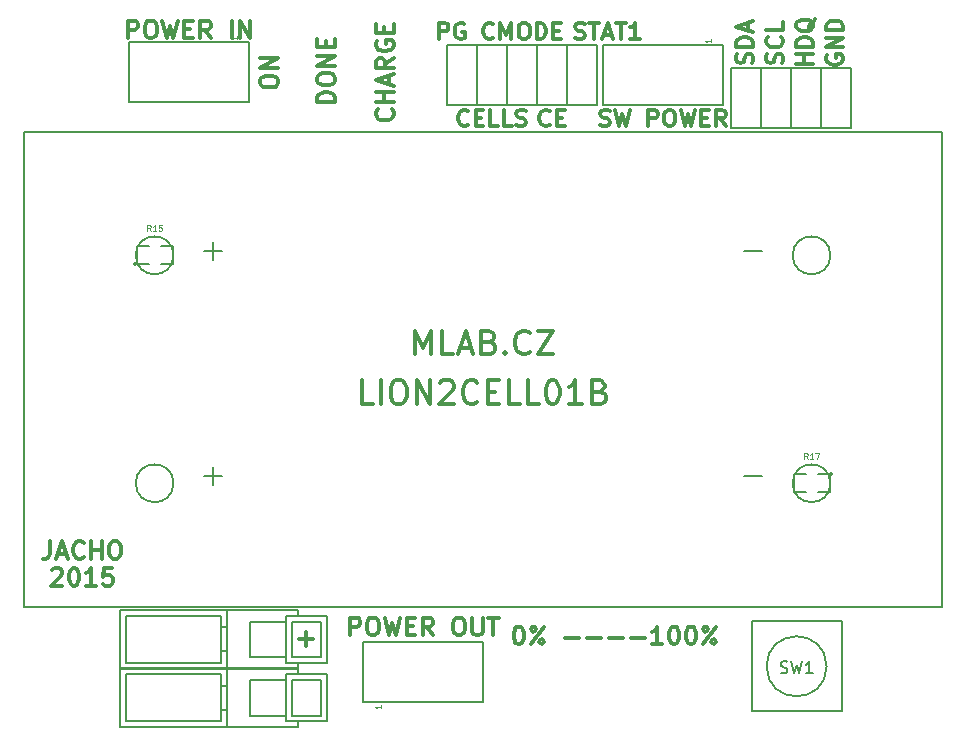
<source format=gbr>
G04 #@! TF.FileFunction,Legend,Top*
%FSLAX46Y46*%
G04 Gerber Fmt 4.6, Leading zero omitted, Abs format (unit mm)*
G04 Created by KiCad (PCBNEW 0.201505051231+5642~23~ubuntu14.04.1-product) date St 6. květen 2015, 10:37:18 CEST*
%MOMM*%
G01*
G04 APERTURE LIST*
%ADD10C,0.300000*%
%ADD11C,0.200000*%
%ADD12C,0.150000*%
%ADD13C,0.127000*%
%ADD14C,0.050000*%
%ADD15C,0.109220*%
%ADD16C,0.203200*%
G04 APERTURE END LIST*
D10*
X4159572Y13759571D02*
X4231001Y13831000D01*
X4373858Y13902429D01*
X4731001Y13902429D01*
X4873858Y13831000D01*
X4945287Y13759571D01*
X5016715Y13616714D01*
X5016715Y13473857D01*
X4945287Y13259571D01*
X4088144Y12402429D01*
X5016715Y12402429D01*
X5945286Y13902429D02*
X6088143Y13902429D01*
X6231000Y13831000D01*
X6302429Y13759571D01*
X6373858Y13616714D01*
X6445286Y13331000D01*
X6445286Y12973857D01*
X6373858Y12688143D01*
X6302429Y12545286D01*
X6231000Y12473857D01*
X6088143Y12402429D01*
X5945286Y12402429D01*
X5802429Y12473857D01*
X5731000Y12545286D01*
X5659572Y12688143D01*
X5588143Y12973857D01*
X5588143Y13331000D01*
X5659572Y13616714D01*
X5731000Y13759571D01*
X5802429Y13831000D01*
X5945286Y13902429D01*
X7873857Y12402429D02*
X7016714Y12402429D01*
X7445286Y12402429D02*
X7445286Y13902429D01*
X7302429Y13688143D01*
X7159571Y13545286D01*
X7016714Y13473857D01*
X9231000Y13902429D02*
X8516714Y13902429D01*
X8445285Y13188143D01*
X8516714Y13259571D01*
X8659571Y13331000D01*
X9016714Y13331000D01*
X9159571Y13259571D01*
X9231000Y13188143D01*
X9302428Y13045286D01*
X9302428Y12688143D01*
X9231000Y12545286D01*
X9159571Y12473857D01*
X9016714Y12402429D01*
X8659571Y12402429D01*
X8516714Y12473857D01*
X8445285Y12545286D01*
X3981000Y16188429D02*
X3981000Y15117000D01*
X3909572Y14902714D01*
X3766715Y14759857D01*
X3552429Y14688429D01*
X3409572Y14688429D01*
X4623857Y15117000D02*
X5338143Y15117000D01*
X4481000Y14688429D02*
X4981000Y16188429D01*
X5481000Y14688429D01*
X6838143Y14831286D02*
X6766714Y14759857D01*
X6552428Y14688429D01*
X6409571Y14688429D01*
X6195286Y14759857D01*
X6052428Y14902714D01*
X5981000Y15045571D01*
X5909571Y15331286D01*
X5909571Y15545571D01*
X5981000Y15831286D01*
X6052428Y15974143D01*
X6195286Y16117000D01*
X6409571Y16188429D01*
X6552428Y16188429D01*
X6766714Y16117000D01*
X6838143Y16045571D01*
X7481000Y14688429D02*
X7481000Y16188429D01*
X7481000Y15474143D02*
X8338143Y15474143D01*
X8338143Y14688429D02*
X8338143Y16188429D01*
X9338143Y16188429D02*
X9623857Y16188429D01*
X9766715Y16117000D01*
X9909572Y15974143D01*
X9981000Y15688429D01*
X9981000Y15188429D01*
X9909572Y14902714D01*
X9766715Y14759857D01*
X9623857Y14688429D01*
X9338143Y14688429D01*
X9195286Y14759857D01*
X9052429Y14902714D01*
X8981000Y15188429D01*
X8981000Y15688429D01*
X9052429Y15974143D01*
X9195286Y16117000D01*
X9338143Y16188429D01*
X31306666Y27797238D02*
X30354285Y27797238D01*
X30354285Y29797238D01*
X31973333Y27797238D02*
X31973333Y29797238D01*
X33306667Y29797238D02*
X33687619Y29797238D01*
X33878095Y29702000D01*
X34068572Y29511524D01*
X34163810Y29130571D01*
X34163810Y28463905D01*
X34068572Y28082952D01*
X33878095Y27892476D01*
X33687619Y27797238D01*
X33306667Y27797238D01*
X33116191Y27892476D01*
X32925714Y28082952D01*
X32830476Y28463905D01*
X32830476Y29130571D01*
X32925714Y29511524D01*
X33116191Y29702000D01*
X33306667Y29797238D01*
X35020952Y27797238D02*
X35020952Y29797238D01*
X36163810Y27797238D01*
X36163810Y29797238D01*
X37020952Y29606762D02*
X37116190Y29702000D01*
X37306667Y29797238D01*
X37782857Y29797238D01*
X37973333Y29702000D01*
X38068571Y29606762D01*
X38163810Y29416286D01*
X38163810Y29225810D01*
X38068571Y28940095D01*
X36925714Y27797238D01*
X38163810Y27797238D01*
X40163810Y27987714D02*
X40068572Y27892476D01*
X39782857Y27797238D01*
X39592381Y27797238D01*
X39306667Y27892476D01*
X39116191Y28082952D01*
X39020952Y28273429D01*
X38925714Y28654381D01*
X38925714Y28940095D01*
X39020952Y29321048D01*
X39116191Y29511524D01*
X39306667Y29702000D01*
X39592381Y29797238D01*
X39782857Y29797238D01*
X40068572Y29702000D01*
X40163810Y29606762D01*
X41020952Y28844857D02*
X41687619Y28844857D01*
X41973333Y27797238D02*
X41020952Y27797238D01*
X41020952Y29797238D01*
X41973333Y29797238D01*
X43782857Y27797238D02*
X42830476Y27797238D01*
X42830476Y29797238D01*
X45401905Y27797238D02*
X44449524Y27797238D01*
X44449524Y29797238D01*
X46449525Y29797238D02*
X46640001Y29797238D01*
X46830477Y29702000D01*
X46925715Y29606762D01*
X47020953Y29416286D01*
X47116192Y29035333D01*
X47116192Y28559143D01*
X47020953Y28178190D01*
X46925715Y27987714D01*
X46830477Y27892476D01*
X46640001Y27797238D01*
X46449525Y27797238D01*
X46259049Y27892476D01*
X46163811Y27987714D01*
X46068572Y28178190D01*
X45973334Y28559143D01*
X45973334Y29035333D01*
X46068572Y29416286D01*
X46163811Y29606762D01*
X46259049Y29702000D01*
X46449525Y29797238D01*
X49020954Y27797238D02*
X47878096Y27797238D01*
X48449525Y27797238D02*
X48449525Y29797238D01*
X48259049Y29511524D01*
X48068573Y29321048D01*
X47878096Y29225810D01*
X50544763Y28844857D02*
X50830477Y28749619D01*
X50925716Y28654381D01*
X51020954Y28463905D01*
X51020954Y28178190D01*
X50925716Y27987714D01*
X50830477Y27892476D01*
X50640001Y27797238D01*
X49878096Y27797238D01*
X49878096Y29797238D01*
X50544763Y29797238D01*
X50735239Y29702000D01*
X50830477Y29606762D01*
X50925716Y29416286D01*
X50925716Y29225810D01*
X50830477Y29035333D01*
X50735239Y28940095D01*
X50544763Y28844857D01*
X49878096Y28844857D01*
X34878095Y31988238D02*
X34878095Y33988238D01*
X35544762Y32559667D01*
X36211429Y33988238D01*
X36211429Y31988238D01*
X38116190Y31988238D02*
X37163809Y31988238D01*
X37163809Y33988238D01*
X38687619Y32559667D02*
X39640000Y32559667D01*
X38497143Y31988238D02*
X39163810Y33988238D01*
X39830477Y31988238D01*
X41163810Y33035857D02*
X41449524Y32940619D01*
X41544763Y32845381D01*
X41640001Y32654905D01*
X41640001Y32369190D01*
X41544763Y32178714D01*
X41449524Y32083476D01*
X41259048Y31988238D01*
X40497143Y31988238D01*
X40497143Y33988238D01*
X41163810Y33988238D01*
X41354286Y33893000D01*
X41449524Y33797762D01*
X41544763Y33607286D01*
X41544763Y33416810D01*
X41449524Y33226333D01*
X41354286Y33131095D01*
X41163810Y33035857D01*
X40497143Y33035857D01*
X42497143Y32178714D02*
X42592382Y32083476D01*
X42497143Y31988238D01*
X42401905Y32083476D01*
X42497143Y32178714D01*
X42497143Y31988238D01*
X44592382Y32178714D02*
X44497144Y32083476D01*
X44211429Y31988238D01*
X44020953Y31988238D01*
X43735239Y32083476D01*
X43544763Y32273952D01*
X43449524Y32464429D01*
X43354286Y32845381D01*
X43354286Y33131095D01*
X43449524Y33512048D01*
X43544763Y33702524D01*
X43735239Y33893000D01*
X44020953Y33988238D01*
X44211429Y33988238D01*
X44497144Y33893000D01*
X44592382Y33797762D01*
X45259048Y33988238D02*
X46592382Y33988238D01*
X45259048Y31988238D01*
X46592382Y31988238D01*
X48447667Y58742333D02*
X48647667Y58675667D01*
X48981000Y58675667D01*
X49114333Y58742333D01*
X49181000Y58809000D01*
X49247667Y58942333D01*
X49247667Y59075667D01*
X49181000Y59209000D01*
X49114333Y59275667D01*
X48981000Y59342333D01*
X48714333Y59409000D01*
X48581000Y59475667D01*
X48514333Y59542333D01*
X48447667Y59675667D01*
X48447667Y59809000D01*
X48514333Y59942333D01*
X48581000Y60009000D01*
X48714333Y60075667D01*
X49047667Y60075667D01*
X49247667Y60009000D01*
X49647666Y60075667D02*
X50447666Y60075667D01*
X50047666Y58675667D02*
X50047666Y60075667D01*
X50847667Y59075667D02*
X51514333Y59075667D01*
X50714333Y58675667D02*
X51181000Y60075667D01*
X51647667Y58675667D01*
X51914333Y60075667D02*
X52714333Y60075667D01*
X52314333Y58675667D02*
X52314333Y60075667D01*
X53914334Y58675667D02*
X53114334Y58675667D01*
X53514334Y58675667D02*
X53514334Y60075667D01*
X53381000Y59875667D01*
X53247667Y59742333D01*
X53114334Y59675667D01*
X46282000Y51443000D02*
X46215334Y51376333D01*
X46015334Y51309667D01*
X45882000Y51309667D01*
X45682000Y51376333D01*
X45548667Y51509667D01*
X45482000Y51643000D01*
X45415334Y51909667D01*
X45415334Y52109667D01*
X45482000Y52376333D01*
X45548667Y52509667D01*
X45682000Y52643000D01*
X45882000Y52709667D01*
X46015334Y52709667D01*
X46215334Y52643000D01*
X46282000Y52576333D01*
X46882000Y52043000D02*
X47348667Y52043000D01*
X47548667Y51309667D02*
X46882000Y51309667D01*
X46882000Y52709667D01*
X47548667Y52709667D01*
X41508666Y58809000D02*
X41442000Y58742333D01*
X41242000Y58675667D01*
X41108666Y58675667D01*
X40908666Y58742333D01*
X40775333Y58875667D01*
X40708666Y59009000D01*
X40642000Y59275667D01*
X40642000Y59475667D01*
X40708666Y59742333D01*
X40775333Y59875667D01*
X40908666Y60009000D01*
X41108666Y60075667D01*
X41242000Y60075667D01*
X41442000Y60009000D01*
X41508666Y59942333D01*
X42108666Y58675667D02*
X42108666Y60075667D01*
X42575333Y59075667D01*
X43042000Y60075667D01*
X43042000Y58675667D01*
X43975333Y60075667D02*
X44242000Y60075667D01*
X44375333Y60009000D01*
X44508666Y59875667D01*
X44575333Y59609000D01*
X44575333Y59142333D01*
X44508666Y58875667D01*
X44375333Y58742333D01*
X44242000Y58675667D01*
X43975333Y58675667D01*
X43842000Y58742333D01*
X43708666Y58875667D01*
X43642000Y59142333D01*
X43642000Y59609000D01*
X43708666Y59875667D01*
X43842000Y60009000D01*
X43975333Y60075667D01*
X45175333Y58675667D02*
X45175333Y60075667D01*
X45508667Y60075667D01*
X45708667Y60009000D01*
X45842000Y59875667D01*
X45908667Y59742333D01*
X45975333Y59475667D01*
X45975333Y59275667D01*
X45908667Y59009000D01*
X45842000Y58875667D01*
X45708667Y58742333D01*
X45508667Y58675667D01*
X45175333Y58675667D01*
X46575333Y59409000D02*
X47042000Y59409000D01*
X47242000Y58675667D02*
X46575333Y58675667D01*
X46575333Y60075667D01*
X47242000Y60075667D01*
X39402000Y51443000D02*
X39335334Y51376333D01*
X39135334Y51309667D01*
X39002000Y51309667D01*
X38802000Y51376333D01*
X38668667Y51509667D01*
X38602000Y51643000D01*
X38535334Y51909667D01*
X38535334Y52109667D01*
X38602000Y52376333D01*
X38668667Y52509667D01*
X38802000Y52643000D01*
X39002000Y52709667D01*
X39135334Y52709667D01*
X39335334Y52643000D01*
X39402000Y52576333D01*
X40002000Y52043000D02*
X40468667Y52043000D01*
X40668667Y51309667D02*
X40002000Y51309667D01*
X40002000Y52709667D01*
X40668667Y52709667D01*
X41935334Y51309667D02*
X41268667Y51309667D01*
X41268667Y52709667D01*
X43068667Y51309667D02*
X42402000Y51309667D01*
X42402000Y52709667D01*
X43468667Y51376333D02*
X43668667Y51309667D01*
X44002000Y51309667D01*
X44135333Y51376333D01*
X44202000Y51443000D01*
X44268667Y51576333D01*
X44268667Y51709667D01*
X44202000Y51843000D01*
X44135333Y51909667D01*
X44002000Y51976333D01*
X43735333Y52043000D01*
X43602000Y52109667D01*
X43535333Y52176333D01*
X43468667Y52309667D01*
X43468667Y52443000D01*
X43535333Y52576333D01*
X43602000Y52643000D01*
X43735333Y52709667D01*
X44068667Y52709667D01*
X44268667Y52643000D01*
X36906333Y58675667D02*
X36906333Y60075667D01*
X37439667Y60075667D01*
X37573000Y60009000D01*
X37639667Y59942333D01*
X37706333Y59809000D01*
X37706333Y59609000D01*
X37639667Y59475667D01*
X37573000Y59409000D01*
X37439667Y59342333D01*
X36906333Y59342333D01*
X39039667Y60009000D02*
X38906333Y60075667D01*
X38706333Y60075667D01*
X38506333Y60009000D01*
X38373000Y59875667D01*
X38306333Y59742333D01*
X38239667Y59475667D01*
X38239667Y59275667D01*
X38306333Y59009000D01*
X38373000Y58875667D01*
X38506333Y58742333D01*
X38706333Y58675667D01*
X38839667Y58675667D01*
X39039667Y58742333D01*
X39106333Y58809000D01*
X39106333Y59275667D01*
X38839667Y59275667D01*
X50580000Y51376333D02*
X50780000Y51309667D01*
X51113333Y51309667D01*
X51246666Y51376333D01*
X51313333Y51443000D01*
X51380000Y51576333D01*
X51380000Y51709667D01*
X51313333Y51843000D01*
X51246666Y51909667D01*
X51113333Y51976333D01*
X50846666Y52043000D01*
X50713333Y52109667D01*
X50646666Y52176333D01*
X50580000Y52309667D01*
X50580000Y52443000D01*
X50646666Y52576333D01*
X50713333Y52643000D01*
X50846666Y52709667D01*
X51180000Y52709667D01*
X51380000Y52643000D01*
X51846666Y52709667D02*
X52179999Y51309667D01*
X52446666Y52309667D01*
X52713333Y51309667D01*
X53046666Y52709667D01*
X54646666Y51309667D02*
X54646666Y52709667D01*
X55180000Y52709667D01*
X55313333Y52643000D01*
X55380000Y52576333D01*
X55446666Y52443000D01*
X55446666Y52243000D01*
X55380000Y52109667D01*
X55313333Y52043000D01*
X55180000Y51976333D01*
X54646666Y51976333D01*
X56313333Y52709667D02*
X56580000Y52709667D01*
X56713333Y52643000D01*
X56846666Y52509667D01*
X56913333Y52243000D01*
X56913333Y51776333D01*
X56846666Y51509667D01*
X56713333Y51376333D01*
X56580000Y51309667D01*
X56313333Y51309667D01*
X56180000Y51376333D01*
X56046666Y51509667D01*
X55980000Y51776333D01*
X55980000Y52243000D01*
X56046666Y52509667D01*
X56180000Y52643000D01*
X56313333Y52709667D01*
X57380000Y52709667D02*
X57713333Y51309667D01*
X57980000Y52309667D01*
X58246667Y51309667D01*
X58580000Y52709667D01*
X59113333Y52043000D02*
X59580000Y52043000D01*
X59780000Y51309667D02*
X59113333Y51309667D01*
X59113333Y52709667D01*
X59780000Y52709667D01*
X61180000Y51309667D02*
X60713334Y51976333D01*
X60380000Y51309667D02*
X60380000Y52709667D01*
X60913334Y52709667D01*
X61046667Y52643000D01*
X61113334Y52576333D01*
X61180000Y52443000D01*
X61180000Y52243000D01*
X61113334Y52109667D01*
X61046667Y52043000D01*
X60913334Y51976333D01*
X60380000Y51976333D01*
X63431667Y56654667D02*
X63498333Y56854667D01*
X63498333Y57188000D01*
X63431667Y57321333D01*
X63365000Y57388000D01*
X63231667Y57454667D01*
X63098333Y57454667D01*
X62965000Y57388000D01*
X62898333Y57321333D01*
X62831667Y57188000D01*
X62765000Y56921333D01*
X62698333Y56788000D01*
X62631667Y56721333D01*
X62498333Y56654667D01*
X62365000Y56654667D01*
X62231667Y56721333D01*
X62165000Y56788000D01*
X62098333Y56921333D01*
X62098333Y57254667D01*
X62165000Y57454667D01*
X63498333Y58054666D02*
X62098333Y58054666D01*
X62098333Y58388000D01*
X62165000Y58588000D01*
X62298333Y58721333D01*
X62431667Y58788000D01*
X62698333Y58854666D01*
X62898333Y58854666D01*
X63165000Y58788000D01*
X63298333Y58721333D01*
X63431667Y58588000D01*
X63498333Y58388000D01*
X63498333Y58054666D01*
X63098333Y59388000D02*
X63098333Y60054666D01*
X63498333Y59254666D02*
X62098333Y59721333D01*
X63498333Y60188000D01*
X69785000Y57327667D02*
X69718333Y57194333D01*
X69718333Y56994333D01*
X69785000Y56794333D01*
X69918333Y56661000D01*
X70051667Y56594333D01*
X70318333Y56527667D01*
X70518333Y56527667D01*
X70785000Y56594333D01*
X70918333Y56661000D01*
X71051667Y56794333D01*
X71118333Y56994333D01*
X71118333Y57127667D01*
X71051667Y57327667D01*
X70985000Y57394333D01*
X70518333Y57394333D01*
X70518333Y57127667D01*
X71118333Y57994333D02*
X69718333Y57994333D01*
X71118333Y58794333D01*
X69718333Y58794333D01*
X71118333Y59461000D02*
X69718333Y59461000D01*
X69718333Y59794334D01*
X69785000Y59994334D01*
X69918333Y60127667D01*
X70051667Y60194334D01*
X70318333Y60261000D01*
X70518333Y60261000D01*
X70785000Y60194334D01*
X70918333Y60127667D01*
X71051667Y59994334D01*
X71118333Y59794334D01*
X71118333Y59461000D01*
X68578333Y56594333D02*
X67178333Y56594333D01*
X67845000Y56594333D02*
X67845000Y57394333D01*
X68578333Y57394333D02*
X67178333Y57394333D01*
X68578333Y58061000D02*
X67178333Y58061000D01*
X67178333Y58394334D01*
X67245000Y58594334D01*
X67378333Y58727667D01*
X67511667Y58794334D01*
X67778333Y58861000D01*
X67978333Y58861000D01*
X68245000Y58794334D01*
X68378333Y58727667D01*
X68511667Y58594334D01*
X68578333Y58394334D01*
X68578333Y58061000D01*
X68711667Y60394334D02*
X68645000Y60261000D01*
X68511667Y60127667D01*
X68311667Y59927667D01*
X68245000Y59794334D01*
X68245000Y59661000D01*
X68578333Y59727667D02*
X68511667Y59594334D01*
X68378333Y59461000D01*
X68111667Y59394334D01*
X67645000Y59394334D01*
X67378333Y59461000D01*
X67245000Y59594334D01*
X67178333Y59727667D01*
X67178333Y59994334D01*
X67245000Y60127667D01*
X67378333Y60261000D01*
X67645000Y60327667D01*
X68111667Y60327667D01*
X68378333Y60261000D01*
X68511667Y60127667D01*
X68578333Y59994334D01*
X68578333Y59727667D01*
X65971667Y56654667D02*
X66038333Y56854667D01*
X66038333Y57188000D01*
X65971667Y57321333D01*
X65905000Y57388000D01*
X65771667Y57454667D01*
X65638333Y57454667D01*
X65505000Y57388000D01*
X65438333Y57321333D01*
X65371667Y57188000D01*
X65305000Y56921333D01*
X65238333Y56788000D01*
X65171667Y56721333D01*
X65038333Y56654667D01*
X64905000Y56654667D01*
X64771667Y56721333D01*
X64705000Y56788000D01*
X64638333Y56921333D01*
X64638333Y57254667D01*
X64705000Y57454667D01*
X65905000Y58854666D02*
X65971667Y58788000D01*
X66038333Y58588000D01*
X66038333Y58454666D01*
X65971667Y58254666D01*
X65838333Y58121333D01*
X65705000Y58054666D01*
X65438333Y57988000D01*
X65238333Y57988000D01*
X64971667Y58054666D01*
X64838333Y58121333D01*
X64705000Y58254666D01*
X64638333Y58454666D01*
X64638333Y58588000D01*
X64705000Y58788000D01*
X64771667Y58854666D01*
X66038333Y60121333D02*
X66038333Y59454666D01*
X64638333Y59454666D01*
X10569428Y58757429D02*
X10569428Y60257429D01*
X11140856Y60257429D01*
X11283714Y60186000D01*
X11355142Y60114571D01*
X11426571Y59971714D01*
X11426571Y59757429D01*
X11355142Y59614571D01*
X11283714Y59543143D01*
X11140856Y59471714D01*
X10569428Y59471714D01*
X12355142Y60257429D02*
X12640856Y60257429D01*
X12783714Y60186000D01*
X12926571Y60043143D01*
X12997999Y59757429D01*
X12997999Y59257429D01*
X12926571Y58971714D01*
X12783714Y58828857D01*
X12640856Y58757429D01*
X12355142Y58757429D01*
X12212285Y58828857D01*
X12069428Y58971714D01*
X11997999Y59257429D01*
X11997999Y59757429D01*
X12069428Y60043143D01*
X12212285Y60186000D01*
X12355142Y60257429D01*
X13498000Y60257429D02*
X13855143Y58757429D01*
X14140857Y59828857D01*
X14426571Y58757429D01*
X14783714Y60257429D01*
X15355143Y59543143D02*
X15855143Y59543143D01*
X16069429Y58757429D02*
X15355143Y58757429D01*
X15355143Y60257429D01*
X16069429Y60257429D01*
X17569429Y58757429D02*
X17069429Y59471714D01*
X16712286Y58757429D02*
X16712286Y60257429D01*
X17283714Y60257429D01*
X17426572Y60186000D01*
X17498000Y60114571D01*
X17569429Y59971714D01*
X17569429Y59757429D01*
X17498000Y59614571D01*
X17426572Y59543143D01*
X17283714Y59471714D01*
X16712286Y59471714D01*
X19355143Y58757429D02*
X19355143Y60257429D01*
X20069429Y58757429D02*
X20069429Y60257429D01*
X20926572Y58757429D01*
X20926572Y60257429D01*
X29381428Y8211429D02*
X29381428Y9711429D01*
X29952856Y9711429D01*
X30095714Y9640000D01*
X30167142Y9568571D01*
X30238571Y9425714D01*
X30238571Y9211429D01*
X30167142Y9068571D01*
X30095714Y8997143D01*
X29952856Y8925714D01*
X29381428Y8925714D01*
X31167142Y9711429D02*
X31452856Y9711429D01*
X31595714Y9640000D01*
X31738571Y9497143D01*
X31809999Y9211429D01*
X31809999Y8711429D01*
X31738571Y8425714D01*
X31595714Y8282857D01*
X31452856Y8211429D01*
X31167142Y8211429D01*
X31024285Y8282857D01*
X30881428Y8425714D01*
X30809999Y8711429D01*
X30809999Y9211429D01*
X30881428Y9497143D01*
X31024285Y9640000D01*
X31167142Y9711429D01*
X32310000Y9711429D02*
X32667143Y8211429D01*
X32952857Y9282857D01*
X33238571Y8211429D01*
X33595714Y9711429D01*
X34167143Y8997143D02*
X34667143Y8997143D01*
X34881429Y8211429D02*
X34167143Y8211429D01*
X34167143Y9711429D01*
X34881429Y9711429D01*
X36381429Y8211429D02*
X35881429Y8925714D01*
X35524286Y8211429D02*
X35524286Y9711429D01*
X36095714Y9711429D01*
X36238572Y9640000D01*
X36310000Y9568571D01*
X36381429Y9425714D01*
X36381429Y9211429D01*
X36310000Y9068571D01*
X36238572Y8997143D01*
X36095714Y8925714D01*
X35524286Y8925714D01*
X38452857Y9711429D02*
X38738571Y9711429D01*
X38881429Y9640000D01*
X39024286Y9497143D01*
X39095714Y9211429D01*
X39095714Y8711429D01*
X39024286Y8425714D01*
X38881429Y8282857D01*
X38738571Y8211429D01*
X38452857Y8211429D01*
X38310000Y8282857D01*
X38167143Y8425714D01*
X38095714Y8711429D01*
X38095714Y9211429D01*
X38167143Y9497143D01*
X38310000Y9640000D01*
X38452857Y9711429D01*
X39738572Y9711429D02*
X39738572Y8497143D01*
X39810000Y8354286D01*
X39881429Y8282857D01*
X40024286Y8211429D01*
X40310000Y8211429D01*
X40452858Y8282857D01*
X40524286Y8354286D01*
X40595715Y8497143D01*
X40595715Y9711429D01*
X41095715Y9711429D02*
X41952858Y9711429D01*
X41524287Y8211429D02*
X41524287Y9711429D01*
X25082572Y7893857D02*
X26225429Y7893857D01*
X25654000Y7322429D02*
X25654000Y8465286D01*
X43601715Y8949429D02*
X43744572Y8949429D01*
X43887429Y8878000D01*
X43958858Y8806571D01*
X44030287Y8663714D01*
X44101715Y8378000D01*
X44101715Y8020857D01*
X44030287Y7735143D01*
X43958858Y7592286D01*
X43887429Y7520857D01*
X43744572Y7449429D01*
X43601715Y7449429D01*
X43458858Y7520857D01*
X43387429Y7592286D01*
X43316001Y7735143D01*
X43244572Y8020857D01*
X43244572Y8378000D01*
X43316001Y8663714D01*
X43387429Y8806571D01*
X43458858Y8878000D01*
X43601715Y8949429D01*
X44673143Y7449429D02*
X45816000Y8949429D01*
X44887429Y8949429D02*
X45030286Y8878000D01*
X45101715Y8735143D01*
X45030286Y8592286D01*
X44887429Y8520857D01*
X44744572Y8592286D01*
X44673143Y8735143D01*
X44744572Y8878000D01*
X44887429Y8949429D01*
X45744572Y7520857D02*
X45816000Y7663714D01*
X45744572Y7806571D01*
X45601715Y7878000D01*
X45458858Y7806571D01*
X45387429Y7663714D01*
X45458858Y7520857D01*
X45601715Y7449429D01*
X45744572Y7520857D01*
X47601715Y8020857D02*
X48744572Y8020857D01*
X49458858Y8020857D02*
X50601715Y8020857D01*
X51316001Y8020857D02*
X52458858Y8020857D01*
X53173144Y8020857D02*
X54316001Y8020857D01*
X55816001Y7449429D02*
X54958858Y7449429D01*
X55387430Y7449429D02*
X55387430Y8949429D01*
X55244573Y8735143D01*
X55101715Y8592286D01*
X54958858Y8520857D01*
X56744572Y8949429D02*
X56887429Y8949429D01*
X57030286Y8878000D01*
X57101715Y8806571D01*
X57173144Y8663714D01*
X57244572Y8378000D01*
X57244572Y8020857D01*
X57173144Y7735143D01*
X57101715Y7592286D01*
X57030286Y7520857D01*
X56887429Y7449429D01*
X56744572Y7449429D01*
X56601715Y7520857D01*
X56530286Y7592286D01*
X56458858Y7735143D01*
X56387429Y8020857D01*
X56387429Y8378000D01*
X56458858Y8663714D01*
X56530286Y8806571D01*
X56601715Y8878000D01*
X56744572Y8949429D01*
X58173143Y8949429D02*
X58316000Y8949429D01*
X58458857Y8878000D01*
X58530286Y8806571D01*
X58601715Y8663714D01*
X58673143Y8378000D01*
X58673143Y8020857D01*
X58601715Y7735143D01*
X58530286Y7592286D01*
X58458857Y7520857D01*
X58316000Y7449429D01*
X58173143Y7449429D01*
X58030286Y7520857D01*
X57958857Y7592286D01*
X57887429Y7735143D01*
X57816000Y8020857D01*
X57816000Y8378000D01*
X57887429Y8663714D01*
X57958857Y8806571D01*
X58030286Y8878000D01*
X58173143Y8949429D01*
X59244571Y7449429D02*
X60387428Y8949429D01*
X59458857Y8949429D02*
X59601714Y8878000D01*
X59673143Y8735143D01*
X59601714Y8592286D01*
X59458857Y8520857D01*
X59316000Y8592286D01*
X59244571Y8735143D01*
X59316000Y8878000D01*
X59458857Y8949429D01*
X60316000Y7520857D02*
X60387428Y7663714D01*
X60316000Y7806571D01*
X60173143Y7878000D01*
X60030286Y7806571D01*
X59958857Y7663714D01*
X60030286Y7520857D01*
X60173143Y7449429D01*
X60316000Y7520857D01*
X32920714Y52737143D02*
X32992143Y52665714D01*
X33063571Y52451428D01*
X33063571Y52308571D01*
X32992143Y52094286D01*
X32849286Y51951428D01*
X32706429Y51880000D01*
X32420714Y51808571D01*
X32206429Y51808571D01*
X31920714Y51880000D01*
X31777857Y51951428D01*
X31635000Y52094286D01*
X31563571Y52308571D01*
X31563571Y52451428D01*
X31635000Y52665714D01*
X31706429Y52737143D01*
X33063571Y53380000D02*
X31563571Y53380000D01*
X32277857Y53380000D02*
X32277857Y54237143D01*
X33063571Y54237143D02*
X31563571Y54237143D01*
X32635000Y54880000D02*
X32635000Y55594286D01*
X33063571Y54737143D02*
X31563571Y55237143D01*
X33063571Y55737143D01*
X33063571Y57094286D02*
X32349286Y56594286D01*
X33063571Y56237143D02*
X31563571Y56237143D01*
X31563571Y56808571D01*
X31635000Y56951429D01*
X31706429Y57022857D01*
X31849286Y57094286D01*
X32063571Y57094286D01*
X32206429Y57022857D01*
X32277857Y56951429D01*
X32349286Y56808571D01*
X32349286Y56237143D01*
X31635000Y58522857D02*
X31563571Y58380000D01*
X31563571Y58165714D01*
X31635000Y57951429D01*
X31777857Y57808571D01*
X31920714Y57737143D01*
X32206429Y57665714D01*
X32420714Y57665714D01*
X32706429Y57737143D01*
X32849286Y57808571D01*
X32992143Y57951429D01*
X33063571Y58165714D01*
X33063571Y58308571D01*
X32992143Y58522857D01*
X32920714Y58594286D01*
X32420714Y58594286D01*
X32420714Y58308571D01*
X32277857Y59237143D02*
X32277857Y59737143D01*
X33063571Y59951429D02*
X33063571Y59237143D01*
X31563571Y59237143D01*
X31563571Y59951429D01*
X28110571Y53364143D02*
X26610571Y53364143D01*
X26610571Y53721286D01*
X26682000Y53935571D01*
X26824857Y54078429D01*
X26967714Y54149857D01*
X27253429Y54221286D01*
X27467714Y54221286D01*
X27753429Y54149857D01*
X27896286Y54078429D01*
X28039143Y53935571D01*
X28110571Y53721286D01*
X28110571Y53364143D01*
X26610571Y55149857D02*
X26610571Y55435571D01*
X26682000Y55578429D01*
X26824857Y55721286D01*
X27110571Y55792714D01*
X27610571Y55792714D01*
X27896286Y55721286D01*
X28039143Y55578429D01*
X28110571Y55435571D01*
X28110571Y55149857D01*
X28039143Y55007000D01*
X27896286Y54864143D01*
X27610571Y54792714D01*
X27110571Y54792714D01*
X26824857Y54864143D01*
X26682000Y55007000D01*
X26610571Y55149857D01*
X28110571Y56435572D02*
X26610571Y56435572D01*
X28110571Y57292715D01*
X26610571Y57292715D01*
X27324857Y58007001D02*
X27324857Y58507001D01*
X28110571Y58721287D02*
X28110571Y58007001D01*
X26610571Y58007001D01*
X26610571Y58721287D01*
X21784571Y54951428D02*
X21784571Y55237142D01*
X21856000Y55380000D01*
X21998857Y55522857D01*
X22284571Y55594285D01*
X22784571Y55594285D01*
X23070286Y55522857D01*
X23213143Y55380000D01*
X23284571Y55237142D01*
X23284571Y54951428D01*
X23213143Y54808571D01*
X23070286Y54665714D01*
X22784571Y54594285D01*
X22284571Y54594285D01*
X21998857Y54665714D01*
X21856000Y54808571D01*
X21784571Y54951428D01*
X23284571Y56237143D02*
X21784571Y56237143D01*
X23284571Y57094286D01*
X21784571Y57094286D01*
D11*
X1790000Y50839000D02*
X1790000Y10629000D01*
X1790000Y10629000D02*
X79490000Y10629000D01*
X79490000Y10629000D02*
X79490000Y50839000D01*
X79490000Y50839000D02*
X1790000Y50839000D01*
D12*
X70050000Y40384000D02*
G75*
G03X70050000Y40384000I-1600000J0D01*
G01*
X70050000Y21084000D02*
G75*
G03X70050000Y21084000I-1600000J0D01*
G01*
X14430000Y21084000D02*
G75*
G03X14430000Y21084000I-1600000J0D01*
G01*
X14430000Y40384000D02*
G75*
G03X14430000Y40384000I-1600000J0D01*
G01*
X20828000Y58420000D02*
X20828000Y53340000D01*
X20828000Y53340000D02*
X10668000Y53340000D01*
X10668000Y53340000D02*
X10668000Y58420000D01*
X10668000Y58420000D02*
X20828000Y58420000D01*
X47752000Y58166000D02*
X50292000Y58166000D01*
X50292000Y58166000D02*
X50292000Y53086000D01*
X50292000Y53086000D02*
X47752000Y53086000D01*
X47752000Y53086000D02*
X47752000Y58166000D01*
X40132000Y53086000D02*
X37592000Y53086000D01*
X37592000Y53086000D02*
X37592000Y58166000D01*
X37592000Y58166000D02*
X40132000Y58166000D01*
X40132000Y58166000D02*
X40132000Y53086000D01*
X42672000Y58166000D02*
X45212000Y58166000D01*
X45212000Y58166000D02*
X45212000Y53086000D01*
X45212000Y53086000D02*
X42672000Y53086000D01*
X42672000Y53086000D02*
X42672000Y58166000D01*
X45212000Y58166000D02*
X47752000Y58166000D01*
X47752000Y58166000D02*
X47752000Y53086000D01*
X47752000Y53086000D02*
X45212000Y53086000D01*
X45212000Y53086000D02*
X45212000Y58166000D01*
X40132000Y58166000D02*
X42672000Y58166000D01*
X42672000Y58166000D02*
X42672000Y53086000D01*
X42672000Y53086000D02*
X40132000Y53086000D01*
X40132000Y53086000D02*
X40132000Y58166000D01*
X30480000Y2540000D02*
X30480000Y7620000D01*
X30480000Y7620000D02*
X40640000Y7620000D01*
X40640000Y7620000D02*
X40640000Y2540000D01*
X40640000Y2540000D02*
X30480000Y2540000D01*
X24939000Y5374000D02*
X24939000Y5874000D01*
X24939000Y9874000D02*
X24939000Y10374000D01*
X18939000Y5373900D02*
X18939000Y10374100D01*
X9939000Y5373900D02*
X9939000Y10374100D01*
X26939000Y6373000D02*
X26939000Y9375000D01*
X24439100Y6373000D02*
X24439100Y9375000D01*
X27439100Y9874000D02*
X27439100Y5874000D01*
X23939000Y9874000D02*
X23939000Y5874000D01*
X20939000Y6373900D02*
X20939000Y9374100D01*
X18438900Y9874000D02*
X18438900Y5874000D01*
X10438900Y5874000D02*
X10438900Y9874000D01*
X18438900Y6874000D02*
X18939000Y6874000D01*
X24439100Y6374000D02*
X26939000Y6374000D01*
X23939000Y5874000D02*
X27439100Y5874000D01*
X18438900Y8874000D02*
X18939000Y8874000D01*
X24439100Y9374000D02*
X26939000Y9374000D01*
X23939000Y9874000D02*
X27440000Y9874000D01*
X20939000Y6374000D02*
X23939000Y6374000D01*
X10438900Y5874000D02*
X18438900Y5874000D01*
X18939000Y5374000D02*
X24939000Y5374000D01*
X20939000Y9374000D02*
X23939000Y9374000D01*
X10438900Y9874000D02*
X18438900Y9874000D01*
X18939000Y10374000D02*
X24939000Y10374000D01*
X18939000Y5374000D02*
X9939000Y5374000D01*
X9939000Y10374000D02*
X18939000Y10374000D01*
X24939000Y421000D02*
X24939000Y921000D01*
X24939000Y4921000D02*
X24939000Y5421000D01*
X18939000Y420900D02*
X18939000Y5421100D01*
X9939000Y420900D02*
X9939000Y5421100D01*
X26939000Y1420000D02*
X26939000Y4422000D01*
X24439100Y1420000D02*
X24439100Y4422000D01*
X27439100Y4921000D02*
X27439100Y921000D01*
X23939000Y4921000D02*
X23939000Y921000D01*
X20939000Y1420900D02*
X20939000Y4421100D01*
X18438900Y4921000D02*
X18438900Y921000D01*
X10438900Y921000D02*
X10438900Y4921000D01*
X18438900Y1921000D02*
X18939000Y1921000D01*
X24439100Y1421000D02*
X26939000Y1421000D01*
X23939000Y921000D02*
X27439100Y921000D01*
X18438900Y3921000D02*
X18939000Y3921000D01*
X24439100Y4421000D02*
X26939000Y4421000D01*
X23939000Y4921000D02*
X27440000Y4921000D01*
X20939000Y1421000D02*
X23939000Y1421000D01*
X10438900Y921000D02*
X18438900Y921000D01*
X18939000Y421000D02*
X24939000Y421000D01*
X20939000Y4421000D02*
X23939000Y4421000D01*
X10438900Y4921000D02*
X18438900Y4921000D01*
X18939000Y5421000D02*
X24939000Y5421000D01*
X18939000Y421000D02*
X9939000Y421000D01*
X9939000Y5421000D02*
X18939000Y5421000D01*
X61595000Y56261000D02*
X64135000Y56261000D01*
X64135000Y56261000D02*
X64135000Y51181000D01*
X64135000Y51181000D02*
X61595000Y51181000D01*
X61595000Y51181000D02*
X61595000Y56261000D01*
X64135000Y56261000D02*
X66675000Y56261000D01*
X66675000Y56261000D02*
X66675000Y51181000D01*
X66675000Y51181000D02*
X64135000Y51181000D01*
X64135000Y51181000D02*
X64135000Y56261000D01*
X66675000Y56261000D02*
X69215000Y56261000D01*
X69215000Y56261000D02*
X69215000Y51181000D01*
X69215000Y51181000D02*
X66675000Y51181000D01*
X66675000Y51181000D02*
X66675000Y56261000D01*
X60960000Y58166000D02*
X60960000Y53086000D01*
X60960000Y53086000D02*
X50800000Y53086000D01*
X50800000Y53086000D02*
X50800000Y58166000D01*
X50800000Y58166000D02*
X60960000Y58166000D01*
X11303000Y39624000D02*
G75*
G03X11303000Y39624000I-127000J0D01*
G01*
X12319000Y39624000D02*
X11303000Y39624000D01*
X11303000Y39624000D02*
X11303000Y41148000D01*
X11303000Y41148000D02*
X12319000Y41148000D01*
X13335000Y41148000D02*
X14351000Y41148000D01*
X14351000Y41148000D02*
X14351000Y39624000D01*
X14351000Y39624000D02*
X13335000Y39624000D01*
X70231000Y21844000D02*
G75*
G03X70231000Y21844000I-127000J0D01*
G01*
X68961000Y21844000D02*
X69977000Y21844000D01*
X69977000Y21844000D02*
X69977000Y20320000D01*
X69977000Y20320000D02*
X68961000Y20320000D01*
X67945000Y20320000D02*
X66929000Y20320000D01*
X66929000Y20320000D02*
X66929000Y21844000D01*
X66929000Y21844000D02*
X67945000Y21844000D01*
D13*
X69723000Y5588000D02*
G75*
G03X69723000Y5588000I-2540000J0D01*
G01*
X63373000Y9398000D02*
X70993000Y9398000D01*
X70993000Y9398000D02*
X70993000Y1778000D01*
X70993000Y1778000D02*
X63373000Y1778000D01*
X63373000Y9398000D02*
X63373000Y1778000D01*
D12*
X69215000Y56261000D02*
X71755000Y56261000D01*
X71755000Y56261000D02*
X71755000Y51181000D01*
X71755000Y51181000D02*
X69215000Y51181000D01*
X69215000Y51181000D02*
X69215000Y56261000D01*
D11*
X62738095Y21701143D02*
X64261905Y21701143D01*
X62738095Y40751143D02*
X64261905Y40751143D01*
X17018095Y21701143D02*
X18541905Y21701143D01*
X17780000Y20939238D02*
X17780000Y22463048D01*
X17018095Y40751143D02*
X18541905Y40751143D01*
X17780000Y39989238D02*
X17780000Y41513048D01*
D14*
X19784190Y58943857D02*
X19784190Y58658143D01*
X19784190Y58801000D02*
X19284190Y58801000D01*
X19355619Y58753381D01*
X19403238Y58705762D01*
X19427048Y58658143D01*
X31976190Y2301857D02*
X31976190Y2016143D01*
X31976190Y2159000D02*
X31476190Y2159000D01*
X31547619Y2111381D01*
X31595238Y2063762D01*
X31619048Y2016143D01*
X59916190Y58689857D02*
X59916190Y58404143D01*
X59916190Y58547000D02*
X59416190Y58547000D01*
X59487619Y58499381D01*
X59535238Y58451762D01*
X59559048Y58404143D01*
D15*
X12505328Y42445638D02*
X12338534Y42683914D01*
X12219396Y42445638D02*
X12219396Y42946018D01*
X12410017Y42946018D01*
X12457672Y42922190D01*
X12481500Y42898362D01*
X12505328Y42850707D01*
X12505328Y42779224D01*
X12481500Y42731569D01*
X12457672Y42707741D01*
X12410017Y42683914D01*
X12219396Y42683914D01*
X12981880Y42445638D02*
X12695948Y42445638D01*
X12838914Y42445638D02*
X12838914Y42946018D01*
X12791259Y42874535D01*
X12743604Y42826880D01*
X12695948Y42803052D01*
X13434604Y42946018D02*
X13196328Y42946018D01*
X13172500Y42707741D01*
X13196328Y42731569D01*
X13243983Y42755397D01*
X13363121Y42755397D01*
X13410777Y42731569D01*
X13434604Y42707741D01*
X13458432Y42660086D01*
X13458432Y42540948D01*
X13434604Y42493293D01*
X13410777Y42469465D01*
X13363121Y42445638D01*
X13243983Y42445638D01*
X13196328Y42469465D01*
X13172500Y42493293D01*
X68131328Y23141638D02*
X67964534Y23379914D01*
X67845396Y23141638D02*
X67845396Y23642018D01*
X68036017Y23642018D01*
X68083672Y23618190D01*
X68107500Y23594362D01*
X68131328Y23546707D01*
X68131328Y23475224D01*
X68107500Y23427569D01*
X68083672Y23403741D01*
X68036017Y23379914D01*
X67845396Y23379914D01*
X68607880Y23141638D02*
X68321948Y23141638D01*
X68464914Y23141638D02*
X68464914Y23642018D01*
X68417259Y23570535D01*
X68369604Y23522880D01*
X68321948Y23499052D01*
X68774673Y23642018D02*
X69108260Y23642018D01*
X68893811Y23141638D01*
D16*
X65828334Y5049762D02*
X65973477Y5001381D01*
X66215381Y5001381D01*
X66312143Y5049762D01*
X66360524Y5098143D01*
X66408905Y5194905D01*
X66408905Y5291667D01*
X66360524Y5388429D01*
X66312143Y5436810D01*
X66215381Y5485190D01*
X66021858Y5533571D01*
X65925096Y5581952D01*
X65876715Y5630333D01*
X65828334Y5727095D01*
X65828334Y5823857D01*
X65876715Y5920619D01*
X65925096Y5969000D01*
X66021858Y6017381D01*
X66263762Y6017381D01*
X66408905Y5969000D01*
X66747572Y6017381D02*
X66989477Y5001381D01*
X67183000Y5727095D01*
X67376524Y5001381D01*
X67618429Y6017381D01*
X68537667Y5001381D02*
X67957096Y5001381D01*
X68247382Y5001381D02*
X68247382Y6017381D01*
X68150620Y5872238D01*
X68053858Y5775476D01*
X67957096Y5727095D01*
M02*

</source>
